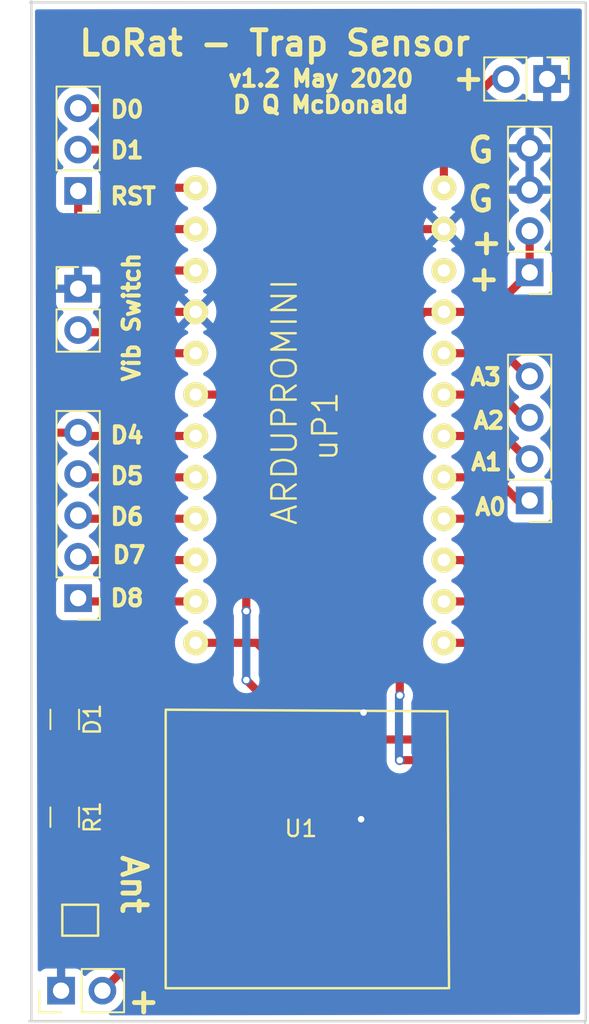
<source format=kicad_pcb>
(kicad_pcb (version 20221018) (generator pcbnew)
  (title_block (title "LoRat Rat Trap Sensor") (date "7 August 2018") (rev "1.0") (company "Quentin McDonald"))
  (layers (0 "F.Cu" signal) (31 "B.Cu" signal) (34 "B.Paste" user) (35 "F.Paste" user) (36 "B.SilkS" user "B.Silkscreen") (37 "F.SilkS" user "F.Silkscreen") (38 "B.Mask" user) (39 "F.Mask" user) (44 "Edge.Cuts" user))
  (net 0 "")
  (net 1 "D4")
  (net 2 "Net-(D1-Pad2)")
  (net 3 "RST")
  (net 4 "D1")
  (net 5 "D0")
  (net 6 "D8")
  (net 7 "D7")
  (net 8 "D6")
  (net 9 "D5")
  (net 10 "A0")
  (net 11 "A1")
  (net 12 "A2")
  (net 13 "A3")
  (net 14 "V3.3")
  (net 15 "GND")
  (net 16 "ANT")
  (net 17 "Vin")
  (net 18 "D2")
  (net 19 "D9")
  (net 20 "D3")
  (net 21 "Net-(U1-Pad9)")
  (net 22 "Net-(U1-Pad8)")
  (net 23 "NSS")
  (net 24 "MOSI")
  (net 25 "MISO")
  (net 26 "SCK")
  (net 27 "Net-(U1-Pad3)")
  (net 28 "Net-(U1-Pad2)")
  (net 29 "Net-(uP1-Pad21)")
  (footprint "Resistors_SMD:R_0805_HandSoldering" (layer "F.Cu") (at 143 144 -90)
    (fp_text reference "D1" (at 0 -1.7 270) (layer "F.SilkS"))
    (fp_text value "LED")
    (fp_line (start -0.6 -0.88) (end 0.6 -0.88) (stroke (width 0.12)) (layer "F.SilkS"))
    (fp_line (start 0.6 0.88) (end -0.6 0.88) (stroke (width 0.12)) (layer "F.SilkS"))
    (pad "1" smd rect (at -1.35 0 270) (size 1.5 1.3) (layers "F.Cu" "F.Paste" "F.Mask") (net 1 "D4"))
    (pad "2" smd rect (at 1.35 0 270) (size 1.5 1.3) (layers "F.Cu" "F.Paste" "F.Mask") (net 2 "Net-(D1-Pad2)"))
  )
  (footprint "Pin_Headers:Pin_Header_Straight_1x03_Pitch2.54mm" (layer "F.Cu") (at 143.825 111.55 180)
    (fp_text reference "" (at 0 -2.33 180) (layer "F.SilkS"))
    (fp_text value "")
    (fp_line (start -1.33 -1.33) (end 0 -1.33) (stroke (width 0.12)) (layer "F.SilkS"))
    (fp_line (start -1.33 0) (end -1.33 -1.33) (stroke (width 0.12)) (layer "F.SilkS"))
    (fp_line (start -1.33 1.27) (end -1.33 6.41) (stroke (width 0.12)) (layer "F.SilkS"))
    (fp_line (start -1.33 1.27) (end 1.33 1.27) (stroke (width 0.12)) (layer "F.SilkS"))
    (fp_line (start -1.33 6.41) (end 1.33 6.41) (stroke (width 0.12)) (layer "F.SilkS"))
    (fp_line (start 1.33 1.27) (end 1.33 6.41) (stroke (width 0.12)) (layer "F.SilkS"))
    (pad "1" thru_hole rect (at 0 0 180) (size 1.7 1.7) (drill 1) (layers "*.Cu" "*.Mask") (net 3 "RST"))
    (pad "2" thru_hole oval (at 0 2.54 180) (size 1.7 1.7) (drill 1) (layers "*.Cu" "*.Mask") (net 4 "D1"))
    (pad "3" thru_hole oval (at 0 5.08 180) (size 1.7 1.7) (drill 1) (layers "*.Cu" "*.Mask") (net 5 "D0"))
  )
  (footprint "Pin_Headers:Pin_Header_Straight_1x05_Pitch2.54mm" (layer "F.Cu") (at 143.825 136.55 180)
    (fp_text reference "" (at 0 -2.33 180) (layer "F.SilkS"))
    (fp_text value "")
    (fp_line (start -1.33 -1.33) (end 0 -1.33) (stroke (width 0.12)) (layer "F.SilkS"))
    (fp_line (start -1.33 0) (end -1.33 -1.33) (stroke (width 0.12)) (layer "F.SilkS"))
    (fp_line (start -1.33 1.27) (end -1.33 11.49) (stroke (width 0.12)) (layer "F.SilkS"))
    (fp_line (start -1.33 1.27) (end 1.33 1.27) (stroke (width 0.12)) (layer "F.SilkS"))
    (fp_line (start -1.33 11.49) (end 1.33 11.49) (stroke (width 0.12)) (layer "F.SilkS"))
    (fp_line (start 1.33 1.27) (end 1.33 11.49) (stroke (width 0.12)) (layer "F.SilkS"))
    (pad "1" thru_hole rect (at 0 0 180) (size 1.7 1.7) (drill 1) (layers "*.Cu" "*.Mask") (net 6 "D8"))
    (pad "2" thru_hole oval (at 0 2.54 180) (size 1.7 1.7) (drill 1) (layers "*.Cu" "*.Mask") (net 7 "D7"))
    (pad "3" thru_hole oval (at 0 5.08 180) (size 1.7 1.7) (drill 1) (layers "*.Cu" "*.Mask") (net 8 "D6"))
    (pad "4" thru_hole oval (at 0 7.62 180) (size 1.7 1.7) (drill 1) (layers "*.Cu" "*.Mask") (net 9 "D5"))
    (pad "5" thru_hole oval (at 0 10.16 180) (size 1.7 1.7) (drill 1) (layers "*.Cu" "*.Mask") (net 1 "D4"))
  )
  (footprint "Pin_Headers:Pin_Header_Straight_1x04_Pitch2.54mm" (layer "F.Cu") (at 171.55 130.55 180)
    (fp_text reference "" (at 0 -2.33 180) (layer "F.SilkS"))
    (fp_text value "")
    (fp_line (start -1.33 -1.33) (end 0 -1.33) (stroke (width 0.12)) (layer "F.SilkS"))
    (fp_line (start -1.33 0) (end -1.33 -1.33) (stroke (width 0.12)) (layer "F.SilkS"))
    (fp_line (start -1.33 1.27) (end -1.33 8.95) (stroke (width 0.12)) (layer "F.SilkS"))
    (fp_line (start -1.33 1.27) (end 1.33 1.27) (stroke (width 0.12)) (layer "F.SilkS"))
    (fp_line (start -1.33 8.95) (end 1.33 8.95) (stroke (width 0.12)) (layer "F.SilkS"))
    (fp_line (start 1.33 1.27) (end 1.33 8.95) (stroke (width 0.12)) (layer "F.SilkS"))
    (pad "1" thru_hole rect (at 0 0 180) (size 1.7 1.7) (drill 1) (layers "*.Cu" "*.Mask") (net 10 "A0"))
    (pad "2" thru_hole oval (at 0 2.54 180) (size 1.7 1.7) (drill 1) (layers "*.Cu" "*.Mask") (net 11 "A1"))
    (pad "3" thru_hole oval (at 0 5.08 180) (size 1.7 1.7) (drill 1) (layers "*.Cu" "*.Mask") (net 12 "A2"))
    (pad "4" thru_hole oval (at 0 7.62 180) (size 1.7 1.7) (drill 1) (layers "*.Cu" "*.Mask") (net 13 "A3"))
  )
  (footprint "Pin_Headers:Pin_Header_Straight_1x04_Pitch2.54mm" (layer "F.Cu") (at 171.55 116.55 180)
    (fp_text reference "" (at 0 -2.33 180) (layer "F.SilkS"))
    (fp_text value "")
    (fp_line (start -1.33 -1.33) (end 0 -1.33) (stroke (width 0.12)) (layer "F.SilkS"))
    (fp_line (start -1.33 0) (end -1.33 -1.33) (stroke (width 0.12)) (layer "F.SilkS"))
    (fp_line (start -1.33 1.27) (end -1.33 8.95) (stroke (width 0.12)) (layer "F.SilkS"))
    (fp_line (start -1.33 1.27) (end 1.33 1.27) (stroke (width 0.12)) (layer "F.SilkS"))
    (fp_line (start -1.33 8.95) (end 1.33 8.95) (stroke (width 0.12)) (layer "F.SilkS"))
    (fp_line (start 1.33 1.27) (end 1.33 8.95) (stroke (width 0.12)) (layer "F.SilkS"))
    (pad "1" thru_hole rect (at 0 0 180) (size 1.7 1.7) (drill 1) (layers "*.Cu" "*.Mask") (net 14 "V3.3"))
    (pad "2" thru_hole oval (at 0 2.54 180) (size 1.7 1.7) (drill 1) (layers "*.Cu" "*.Mask") (net 14 "V3.3"))
    (pad "3" thru_hole oval (at 0 5.08 180) (size 1.7 1.7) (drill 1) (layers "*.Cu" "*.Mask") (net 15 "GND"))
    (pad "4" thru_hole oval (at 0 7.62 180) (size 1.7 1.7) (drill 1) (layers "*.Cu" "*.Mask") (net 15 "GND"))
  )
  (footprint "Pin_Headers:Pin_Header_Straight_1x02_Pitch2.54mm" (layer "F.Cu") (at 172.625 104.675 -90)
    (fp_text reference "" (at 0 -2.33 270) (layer "F.SilkS"))
    (fp_text value "")
    (fp_line (start -1.33 -1.33) (end 0 -1.33) (stroke (width 0.12)) (layer "F.SilkS"))
    (fp_line (start -1.33 0) (end -1.33 -1.33) (stroke (width 0.12)) (layer "F.SilkS"))
    (fp_line (start -1.33 1.27) (end -1.33 3.87) (stroke (width 0.12)) (layer "F.SilkS"))
    (fp_line (start -1.33 1.27) (end 1.33 1.27) (stroke (width 0.12)) (layer "F.SilkS"))
    (fp_line (start -1.33 3.87) (end 1.33 3.87) (stroke (width 0.12)) (layer "F.SilkS"))
    (fp_line (start 1.33 1.27) (end 1.33 3.87) (stroke (width 0.12)) (layer "F.SilkS"))
    (pad "1" thru_hole rect (at 0 0 270) (size 1.7 1.7) (drill 1) (layers "*.Cu" "*.Mask") (net 15 "GND"))
    (pad "2" thru_hole oval (at 0 2.54 270) (size 1.7 1.7) (drill 1) (layers "*.Cu" "*.Mask") (net 17 "Vin"))
  )
  (footprint "Resistors_SMD:R_0805_HandSoldering" (layer "F.Cu") (at 143 150 -90)
    (fp_text reference "R1" (at 0 -1.7 270) (layer "F.SilkS"))
    (fp_text value "220")
    (fp_line (start -0.6 -0.88) (end 0.6 -0.88) (stroke (width 0.12)) (layer "F.SilkS"))
    (fp_line (start 0.6 0.88) (end -0.6 0.88) (stroke (width 0.12)) (layer "F.SilkS"))
    (pad "1" smd rect (at -1.35 0 270) (size 1.5 1.3) (layers "F.Cu" "F.Paste" "F.Mask") (net 2 "Net-(D1-Pad2)"))
    (pad "2" smd rect (at 1.35 0 270) (size 1.5 1.3) (layers "F.Cu" "F.Paste" "F.Mask") (net 15 "GND"))
  )
  (footprint "Pin_Headers:Pin_Header_Straight_1x02_Pitch2.54mm" (layer "F.Cu") (at 143.825 117.55)
    (fp_text reference "" (at 0 -2.33) (layer "F.SilkS"))
    (fp_text value "")
    (fp_line (start -1.33 -1.33) (end 0 -1.33) (stroke (width 0.12)) (layer "F.SilkS"))
    (fp_line (start -1.33 0) (end -1.33 -1.33) (stroke (width 0.12)) (layer "F.SilkS"))
    (fp_line (start -1.33 1.27) (end -1.33 3.87) (stroke (width 0.12)) (layer "F.SilkS"))
    (fp_line (start -1.33 1.27) (end 1.33 1.27) (stroke (width 0.12)) (layer "F.SilkS"))
    (fp_line (start -1.33 3.87) (end 1.33 3.87) (stroke (width 0.12)) (layer "F.SilkS"))
    (fp_line (start 1.33 1.27) (end 1.33 3.87) (stroke (width 0.12)) (layer "F.SilkS"))
    (pad "1" thru_hole rect (at 0 0) (size 1.7 1.7) (drill 1) (layers "*.Cu" "*.Mask") (net 15 "GND"))
    (pad "2" thru_hole oval (at 0 2.54) (size 1.7 1.7) (drill 1) (layers "*.Cu" "*.Mask") (net 18 "D2"))
  )
  (footprint "DQM_kicad_new:LoRaSx1276" (layer "F.Cu") (at 166.5 143.5 180)
    (fp_text reference "U1" (at 9 -7.2 180) (layer "F.SilkS"))
    (fp_text value "LoRaSx1276")
    (fp_line (start 0 -17) (end 17.3 -17) (stroke (width 0.15)) (layer "F.SilkS"))
    (fp_line (start 0 0) (end -0.1 -17) (stroke (width 0.15)) (layer "F.SilkS"))
    (fp_line (start 0 0) (end 17.3 0.1) (stroke (width 0.15)) (layer "F.SilkS"))
    (fp_line (start 17.3 -17) (end 17.3 0) (stroke (width 0.15)) (layer "F.SilkS"))
    (pad "1" smd rect (at -0.5 -15.7 180) (size 1.524 0.8) (layers "F.Cu" "F.Paste" "F.Mask") (net 15 "GND"))
    (pad "2" smd rect (at -0.5 -14.43 180) (size 1.524 0.8) (layers "F.Cu" "F.Paste" "F.Mask") (net 28 "Net-(U1-Pad2)"))
    (pad "3" smd rect (at -0.5 -13.16 180) (size 1.524 0.8) (layers "F.Cu" "F.Paste" "F.Mask") (net 27 "Net-(U1-Pad3)"))
    (pad "4" smd rect (at -0.5 -11.89 180) (size 1.524 0.8) (layers "F.Cu" "F.Paste" "F.Mask") (net 26 "SCK"))
    (pad "5" smd rect (at -0.5 -10.62 180) (size 1.524 0.8) (layers "F.Cu" "F.Paste" "F.Mask") (net 25 "MISO"))
    (pad "6" smd rect (at -0.5 -9.35 180) (size 1.524 0.8) (layers "F.Cu" "F.Paste" "F.Mask") (net 24 "MOSI"))
    (pad "7" smd rect (at -0.5 -8.08 180) (size 1.524 0.8) (layers "F.Cu" "F.Paste" "F.Mask") (net 23 "NSS"))
    (pad "8" smd rect (at -0.5 -6.81 180) (size 1.524 0.8) (layers "F.Cu" "F.Paste" "F.Mask") (net 22 "Net-(U1-Pad8)"))
    (pad "9" smd rect (at -0.5 -5.54 180) (size 1.524 0.8) (layers "F.Cu" "F.Paste" "F.Mask") (net 21 "Net-(U1-Pad9)"))
    (pad "10" smd rect (at -0.5 -4.27 180) (size 1.524 0.8) (layers "F.Cu" "F.Paste" "F.Mask") (net 20 "D3"))
    (pad "11" smd rect (at -0.5 -3 180) (size 1.524 0.8) (layers "F.Cu" "F.Paste" "F.Mask") (net 14 "V3.3"))
    (pad "12" smd rect (at -0.5 -1.73 180) (size 1.524 0.8) (layers "F.Cu" "F.Paste" "F.Mask") (net 19 "D9"))
    (pad "13" smd rect (at 17.7 -16.1 180) (size 1.524 1) (layers "F.Cu" "F.Paste" "F.Mask") (net 16 "ANT"))
    (pad "14" smd rect (at 17.7 -14.6 180) (size 1.524 1) (layers "F.Cu" "F.Paste" "F.Mask") (net 15 "GND"))
  )
  (footprint "DQM_kicad_new:ArduProMini" (layer "F.Cu") (at 148.5011 105.0036)
    (fp_text reference "uP1" (at 10.4989 20.9964 90) (layer "F.SilkS") (effects (font (size 1.5 1.5))))
    (fp_text value "ARDUPROMINI" (at 7.9989 19.4964 90) (layer "F.SilkS") (effects (font (size 1.5 1.5))))
    (pad "7" thru_hole circle (at 2.54 6.35) (size 1.524 1.524) (drill 0.762) (layers "*.Cu" "*.Mask" "F.SilkS") (net 5 "D0"))
    (pad "8" thru_hole circle (at 2.54 8.89) (size 1.524 1.524) (drill 0.762) (layers "*.Cu" "*.Mask" "F.SilkS") (net 4 "D1"))
    (pad "9" thru_hole circle (at 2.54 11.43) (size 1.524 1.524) (drill 0.762) (layers "*.Cu" "*.Mask" "F.SilkS") (net 3 "RST"))
    (pad "10" thru_hole circle (at 2.54 13.97) (size 1.524 1.524) (drill 0.762) (layers "*.Cu" "*.Mask" "F.SilkS") (net 15 "GND"))
    (pad "11" thru_hole circle (at 2.54 16.51) (size 1.524 1.524) (drill 0.762) (layers "*.Cu" "*.Mask" "F.SilkS") (net 18 "D2"))
    (pad "12" thru_hole circle (at 2.54 19.05) (size 1.524 1.524) (drill 0.762) (layers "*.Cu" "*.Mask" "F.SilkS") (net 20 "D3"))
    (pad "13" thru_hole circle (at 2.54 21.59) (size 1.524 1.524) (drill 0.762) (layers "*.Cu" "*.Mask" "F.SilkS") (net 1 "D4"))
    (pad "14" thru_hole circle (at 2.54 24.13) (size 1.524 1.524) (drill 0.762) (layers "*.Cu" "*.Mask" "F.SilkS") (net 9 "D5"))
    (pad "15" thru_hole circle (at 2.54 26.67) (size 1.524 1.524) (drill 0.762) (layers "*.Cu" "*.Mask" "F.SilkS") (net 8 "D6"))
    (pad "16" thru_hole circle (at 2.54 29.21) (size 1.524 1.524) (drill 0.762) (layers "*.Cu" "*.Mask" "F.SilkS") (net 7 "D7"))
    (pad "17" thru_hole circle (at 2.54 31.75) (size 1.524 1.524) (drill 0.762) (layers "*.Cu" "*.Mask" "F.SilkS") (net 6 "D8"))
    (pad "18" thru_hole circle (at 2.54 34.29) (size 1.524 1.524) (drill 0.762) (layers "*.Cu" "*.Mask" "F.SilkS") (net 19 "D9"))
    (pad "19" thru_hole circle (at 17.78 6.35) (size 1.524 1.524) (drill 0.762) (layers "*.Cu" "*.Mask" "F.SilkS") (net 17 "Vin"))
    (pad "20" thru_hole circle (at 17.78 8.89) (size 1.524 1.524) (drill 0.762) (layers "*.Cu" "*.Mask" "F.SilkS") (net 15 "GND"))
    (pad "21" thru_hole circle (at 17.78 11.43) (size 1.524 1.524) (drill 0.762) (layers "*.Cu" "*.Mask" "F.SilkS") (net 29 "Net-(uP1-Pad21)"))
    (pad "22" thru_hole circle (at 17.78 13.97) (size 1.524 1.524) (drill 0.762) (layers "*.Cu" "*.Mask" "F.SilkS") (net 14 "V3.3"))
    (pad "23" thru_hole circle (at 17.78 16.51) (size 1.524 1.524) (drill 0.762) (layers "*.Cu" "*.Mask" "F.SilkS") (net 13 "A3"))
    (pad "24" thru_hole circle (at 17.78 19.05) (size 1.524 1.524) (drill 0.762) (layers "*.Cu" "*.Mask" "F.SilkS") (net 12 "A2"))
    (pad "25" thru_hole circle (at 17.78 21.59) (size 1.524 1.524) (drill 0.762) (layers "*.Cu" "*.Mask" "F.SilkS") (net 11 "A1"))
    (pad "26" thru_hole circle (at 17.78 24.13) (size 1.524 1.524) (drill 0.762) (layers "*.Cu" "*.Mask" "F.SilkS") (net 10 "A0"))
    (pad "27" thru_hole circle (at 17.78 26.67) (size 1.524 1.524) (drill 0.762) (layers "*.Cu" "*.Mask" "F.SilkS") (net 26 "SCK"))
    (pad "28" thru_hole circle (at 17.78 29.21) (size 1.524 1.524) (drill 0.762) (layers "*.Cu" "*.Mask" "F.SilkS") (net 25 "MISO"))
    (pad "29" thru_hole circle (at 17.78 31.75) (size 1.524 1.524) (drill 0.762) (layers "*.Cu" "*.Mask" "F.SilkS") (net 24 "MOSI"))
    (pad "30" thru_hole circle (at 17.78 34.29) (size 1.524 1.524) (drill 0.762) (layers "*.Cu" "*.Mask" "F.SilkS") (net 23 "NSS"))
  )
  (footprint "DQM_kicad_new:U.Fl_SMD" (layer "F.Cu") (at 142.85 157.275)
    (fp_text reference "" (at -2.3 -0.7) (layer "F.SilkS"))
    (fp_text value "")
    (fp_line (start 0 -1.9) (end 0 0) (stroke (width 0.15)) (layer "F.SilkS"))
    (fp_line (start 0 0) (end 2.2 0) (stroke (width 0.15)) (layer "F.SilkS"))
    (fp_line (start 2.2 -1.9) (end 0 -1.9) (stroke (width 0.15)) (layer "F.SilkS"))
    (fp_line (start 2.2 0) (end 2.2 -1.9) (stroke (width 0.15)) (layer "F.SilkS"))
    (pad "1" smd rect (at 1.1 -2.5) (size 2.2 1) (layers "F.Cu" "F.Paste" "F.Mask") (net 15 "GND"))
    (pad "1" smd rect (at 1.1 0.6) (size 2.2 1) (layers "F.Cu" "F.Paste" "F.Mask") (net 15 "GND"))
    (pad "2" smd rect (at 2.7 -1) (size 1.05 1) (layers "F.Cu" "F.Paste" "F.Mask") (net 16 "ANT"))
  )
  (footprint "Pin_Headers:Pin_Header_Straight_1x02_Pitch2.54mm" (layer "F.Cu") (at 142.775 160.65 90)
    (fp_text reference "" (at 0 -2.33 90) (layer "F.SilkS"))
    (fp_text value "")
    (fp_line (start -1.33 -1.33) (end 0 -1.33) (stroke (width 0.12)) (layer "F.SilkS"))
    (fp_line (start -1.33 0) (end -1.33 -1.33) (stroke (width 0.12)) (layer "F.SilkS"))
    (fp_line (start -1.33 1.27) (end -1.33 3.87) (stroke (width 0.12)) (layer "F.SilkS"))
    (fp_line (start -1.33 1.27) (end 1.33 1.27) (stroke (width 0.12)) (layer "F.SilkS"))
    (fp_line (start -1.33 3.87) (end 1.33 3.87) (stroke (width 0.12)) (layer "F.SilkS"))
    (fp_line (start 1.33 1.27) (end 1.33 3.87) (stroke (width 0.12)) (layer "F.SilkS"))
    (pad "1" thru_hole rect (at 0 0 90) (size 1.7 1.7) (drill 1) (layers "*.Cu" "*.Mask") (net 15 "GND"))
    (pad "2" thru_hole oval (at 0 2.54 90) (size 1.7 1.7) (drill 1) (layers "*.Cu" "*.Mask") (net 16 "ANT"))
  )
  (gr_line (start 140.875 99.975) (end 174.95 99.975) (stroke (width 0.15)) (layer "Edge.Cuts"))
  (gr_line (start 140.95 162.4) (end 140.95 99.9) (stroke (width 0.15)) (layer "Edge.Cuts"))
  (gr_line (start 140.825 162.525) (end 174.95 162.525) (stroke (width 0.15)) (layer "Edge.Cuts"))
  (gr_line (start 175 100) (end 175 162.5) (stroke (width 0.15)) (layer "Edge.Cuts"))
  (gr_line (start 174.95 162.525) (end 174.95 162.625) (stroke (width 0.15)) (layer "Edge.Cuts"))
  (gr_text "D8" (at 146.825 136.55) (layer "F.SilkS") (effects (font (size 1 1) (thickness 0.25))))
  (gr_text "+" (at 168.75 116.9) (layer "F.SilkS") (effects (font (size 1.5 1.5) (thickness 0.3))))
  (gr_text "D6" (at 146.825 131.55) (layer "F.SilkS") (effects (font (size 1 1) (thickness 0.25))))
  (gr_text "D1" (at 146.825 109.05) (layer "F.SilkS") (effects (font (size 1 1) (thickness 0.25))))
  (gr_text "v1.2 May 2020\nD Q McDonald" (at 158.725 105.45) (layer "F.SilkS") (effects (font (size 1 1) (thickness 0.25))))
  (gr_text "RST" (at 147.2 111.875) (layer "F.SilkS") (effects (font (size 1 1) (thickness 0.25))))
  (gr_text "G" (at 168.55 112.05) (layer "F.SilkS") (effects (font (size 1.5 1.5) (thickness 0.3))))
  (gr_text "+" (at 167.8 104.6) (layer "F.SilkS") (effects (font (size 1.5 1.5) (thickness 0.3))))
  (gr_text "+" (at 147.85 161.275) (layer "F.SilkS") (effects (font (size 1.5 1.5) (thickness 0.3))))
  (gr_text "D5" (at 146.825 129.05) (layer "F.SilkS") (effects (font (size 1 1) (thickness 0.25))))
  (gr_text "A2" (at 169.05 125.65) (layer "F.SilkS") (effects (font (size 1 1) (thickness 0.25))))
  (gr_text "A3" (at 168.85 122.975) (layer "F.SilkS") (effects (font (size 1 1) (thickness 0.25))))
  (gr_text "D7" (at 146.95 133.9) (layer "F.SilkS") (effects (font (size 1 1) (thickness 0.25))))
  (gr_text "Ant" (at 147.25 154.125 270) (layer "F.SilkS") (effects (font (size 1.5 1.5) (thickness 0.3))))
  (gr_text "D4" (at 146.825 126.55) (layer "F.SilkS") (effects (font (size 1 1) (thickness 0.25))))
  (gr_text "Vib Switch" (at 147.1 119.3 90) (layer "F.SilkS") (effects (font (size 1 1) (thickness 0.25))))
  (gr_text "A1" (at 168.9 128.2) (layer "F.SilkS") (effects (font (size 1 1) (thickness 0.25))))
  (gr_text "LoRat - Trap Sensor" (at 155.9 102.475) (layer "F.SilkS") (effects (font (size 1.5 1.5) (thickness 0.3))))
  (gr_text "D0" (at 146.825 106.55) (layer "F.SilkS") (effects (font (size 1 1) (thickness 0.25))))
  (gr_text "+" (at 168.9 114.675) (layer "F.SilkS") (effects (font (size 1.5 1.5) (thickness 0.3))))
  (gr_text "G" (at 168.55 109.05) (layer "F.SilkS") (effects (font (size 1.5 1.5) (thickness 0.3))))
  (gr_text "A0" (at 169.15 130.95) (layer "F.SilkS") (effects (font (size 1 1) (thickness 0.25))))
  (segment (start 144.0786 126.6436) (end 143.825 126.39) (width 0.5) (layer "F.Cu") (net 1))
  (segment (start 144.0286 126.5936) (end 143.825 126.39) (width 0.5) (layer "F.Cu") (net 1))
  (segment (start 142.335 126.39) (end 141.7 127.025) (width 0.5) (layer "F.Cu") (net 1))
  (segment (start 141.7 127.025) (end 141.7 141.35) (width 0.5) (layer "F.Cu") (net 1))
  (segment (start 141.7 141.35) (end 143 142.65) (width 0.5) (layer "F.Cu") (net 1))
  (segment (start 143.825 126.39) (end 142.335 126.39) (width 0.5) (layer "F.Cu") (net 1))
  (segment (start 151.0411 126.5936) (end 144.0286 126.5936) (width 0.5) (layer "F.Cu") (net 1))
  (segment (start 143 145.35) (end 143 148.65) (width 0.5) (layer "F.Cu") (net 2))
  (segment (start 148.3086 116.4336) (end 146.525 114.65) (width 0.5) (layer "F.Cu") (net 3))
  (segment (start 146.525 114.65) (end 144.775 114.65) (width 0.5) (layer "F.Cu") (net 3))
  (segment (start 144.775 114.65) (end 143.825 113.7) (width 0.5) (layer "F.Cu") (net 3))
  (segment (start 143.825 113.7) (end 143.825 111.55) (width 0.5) (layer "F.Cu") (net 3))
  (segment (start 151.0411 116.4336) (end 148.3086 116.4336) (width 0.5) (layer "F.Cu") (net 3))
  (segment (start 148.8686 113.8936) (end 146.5 111.525) (width 0.5) (layer "F.Cu") (net 4))
  (segment (start 146.5 111.525) (end 146.5 109.375) (width 0.5) (layer "F.Cu") (net 4))
  (segment (start 146.5 109.375) (end 146.135 109.01) (width 0.5) (layer "F.Cu") (net 4))
  (segment (start 146.135 109.01) (end 143.825 109.01) (width 0.5) (layer "F.Cu") (net 4))
  (segment (start 151.0411 113.8936) (end 148.8686 113.8936) (width 0.5) (layer "F.Cu") (net 4))
  (segment (start 149.0286 111.3536) (end 147.675 110) (width 0.5) (layer "F.Cu") (net 5))
  (segment (start 147.675 110) (end 147.675 107.75) (width 0.5) (layer "F.Cu") (net 5))
  (segment (start 147.675 107.75) (end 146.395 106.47) (width 0.5) (layer "F.Cu") (net 5))
  (segment (start 146.395 106.47) (end 143.825 106.47) (width 0.5) (layer "F.Cu") (net 5))
  (segment (start 151.0411 111.3536) (end 149.0286 111.3536) (width 0.5) (layer "F.Cu") (net 5))
  (segment (start 151.0411 111.3536) (end 150.8536 111.3536) (width 0.5) (layer "F.Cu") (net 5))
  (segment (start 144.0786 136.8036) (end 143.825 136.55) (width 0.5) (layer "F.Cu") (net 6))
  (segment (start 144.0286 136.7536) (end 143.825 136.55) (width 0.5) (layer "F.Cu") (net 6))
  (segment (start 151.0411 136.7536) (end 144.0286 136.7536) (width 0.5) (layer "F.Cu") (net 6))
  (segment (start 144.0786 134.2636) (end 143.825 134.01) (width 0.5) (layer "F.Cu") (net 7))
  (segment (start 144.0286 134.2136) (end 143.825 134.01) (width 0.5) (layer "F.Cu") (net 7))
  (segment (start 151.0411 134.2136) (end 144.0286 134.2136) (width 0.5) (layer "F.Cu") (net 7))
  (segment (start 144.0786 131.7236) (end 143.825 131.47) (width 0.5) (layer "F.Cu") (net 8))
  (segment (start 144.0286 131.6736) (end 143.825 131.47) (width 0.5) (layer "F.Cu") (net 8))
  (segment (start 151.0411 131.6736) (end 144.0286 131.6736) (width 0.5) (layer "F.Cu") (net 8))
  (segment (start 144.0786 129.1836) (end 143.825 128.93) (width 0.5) (layer "F.Cu") (net 9))
  (segment (start 144.0286 129.1336) (end 143.825 128.93) (width 0.5) (layer "F.Cu") (net 9))
  (segment (start 151.0411 129.1336) (end 144.0286 129.1336) (width 0.5) (layer "F.Cu") (net 9))
  (segment (start 169.4086 129.1336) (end 170.825 130.55) (width 0.5) (layer "F.Cu") (net 10))
  (segment (start 170.825 130.55) (end 171.55 130.55) (width 0.5) (layer "F.Cu") (net 10))
  (segment (start 166.2811 129.1336) (end 169.4086 129.1336) (width 0.5) (layer "F.Cu") (net 10))
  (segment (start 171.09 127.55) (end 171.55 128.01) (width 0.5) (layer "F.Cu") (net 11))
  (segment (start 169.9814 126.5936) (end 171.3978 128.01) (width 0.5) (layer "F.Cu") (net 11))
  (segment (start 171.3978 128.01) (end 171.55 128.01) (width 0.5) (layer "F.Cu") (net 11))
  (segment (start 166.2811 126.5936) (end 169.9814 126.5936) (width 0.5) (layer "F.Cu") (net 11))
  (segment (start 171.13 125.05) (end 171.55 125.47) (width 0.5) (layer "F.Cu") (net 12))
  (segment (start 169.7714 124.0536) (end 171.1878 125.47) (width 0.5) (layer "F.Cu") (net 12))
  (segment (start 171.1878 125.47) (end 171.55 125.47) (width 0.5) (layer "F.Cu") (net 12))
  (segment (start 166.2811 124.0536) (end 169.7714 124.0536) (width 0.5) (layer "F.Cu") (net 12))
  (segment (start 171.17 122.55) (end 171.55 122.93) (width 0.5) (layer "F.Cu") (net 13))
  (segment (start 169.9886 121.5136) (end 171.405 122.93) (width 0.5) (layer "F.Cu") (net 13))
  (segment (start 171.405 122.93) (end 171.55 122.93) (width 0.5) (layer "F.Cu") (net 13))
  (segment (start 166.2811 121.5136) (end 169.9886 121.5136) (width 0.5) (layer "F.Cu") (net 13))
  (segment (start 171.4972 116.55) (end 171.55 116.55) (width 0.5) (layer "F.Cu") (net 14))
  (segment (start 169.1264 118.9736) (end 171.55 116.55) (width 0.5) (layer "F.Cu") (net 14))
  (segment (start 165.0764 118.9736) (end 163.575 120.475) (width 0.5) (layer "F.Cu") (net 14))
  (segment (start 163.575 120.475) (end 163.575 142.525) (width 0.5) (layer "F.Cu") (net 14))
  (segment (start 163.575 146.5) (end 167 146.5) (width 0.5) (layer "F.Cu") (net 14))
  (segment (start 166.2811 118.9736) (end 169.1264 118.9736) (width 0.5) (layer "F.Cu") (net 14))
  (segment (start 171.55 116.55) (end 171.55 114.01) (width 0.5) (layer "F.Cu") (net 14))
  (segment (start 166.2811 118.9736) (end 165.0764 118.9736) (width 0.5) (layer "F.Cu") (net 14))
  (via (at 163.575 142.525) (size 0.6) (drill 0.4) (layers "F.Cu" "B.Cu") (net 14))
  (via (at 163.575 146.5) (size 0.6) (drill 0.4) (layers "F.Cu" "B.Cu") (net 14))
  (segment (start 163.575 142.525) (end 163.525 142.575) (width 0.5) (layer "B.Cu") (net 14))
  (segment (start 163.525 142.575) (end 163.525 146.45) (width 0.5) (layer "B.Cu") (net 14))
  (segment (start 163.525 146.45) (end 163.575 146.5) (width 0.5) (layer "B.Cu") (net 14))
  (segment (start 143.55 155.175) (end 143.95 154.775) (width 0.5) (layer "F.Cu") (net 15))
  (segment (start 148.3236 118.9736) (end 146.9 117.55) (width 0.5) (layer "F.Cu") (net 15))
  (segment (start 146.9 117.55) (end 143.825 117.55) (width 0.5) (layer "F.Cu") (net 15))
  (segment (start 162.7564 113.8936) (end 161.4 115.25) (width 0.5) (layer "F.Cu") (net 15))
  (segment (start 161.4 115.25) (end 161.4 143.525) (width 0.5) (layer "F.Cu") (net 15))
  (segment (start 161.4 143.525) (end 161.35 143.575) (width 0.5) (layer "F.Cu") (net 15))
  (segment (start 161.2 150.125) (end 161.075 150.25) (width 0.5) (layer "F.Cu") (net 15))
  (segment (start 161.075 150.25) (end 161.075 156.925) (width 0.5) (layer "F.Cu") (net 15))
  (segment (start 161.075 156.925) (end 163.35 159.2) (width 0.5) (layer "F.Cu") (net 15))
  (segment (start 163.35 159.2) (end 167 159.2) (width 0.5) (layer "F.Cu") (net 15))
  (segment (start 152.925 159.2) (end 151.825 158.1) (width 0.5) (layer "F.Cu") (net 15))
  (segment (start 151.825 158.1) (end 148.8 158.1) (width 0.5) (layer "F.Cu") (net 15))
  (segment (start 148.8 155.55) (end 144.6 151.35) (width 0.5) (layer "F.Cu") (net 15))
  (segment (start 144.6 151.35) (end 143 151.35) (width 0.5) (layer "F.Cu") (net 15))
  (segment (start 148.65 157.95) (end 148.8 158.1) (width 0.5) (layer "F.Cu") (net 15))
  (segment (start 143.95 154.175) (end 143 153.225) (width 0.5) (layer "F.Cu") (net 15))
  (segment (start 143 153.225) (end 143 151.35) (width 0.5) (layer "F.Cu") (net 15))
  (segment (start 142.775 159.05) (end 143.95 157.875) (width 0.5) (layer "F.Cu") (net 15))
  (segment (start 142.775 160.65) (end 142.775 159.05) (width 0.5) (layer "F.Cu") (net 15))
  (segment (start 167 159.2) (end 152.925 159.2) (width 0.5) (layer "F.Cu") (net 15))
  (segment (start 143.95 154.775) (end 143.95 154.175) (width 0.5) (layer "F.Cu") (net 15))
  (segment (start 166.2811 113.8936) (end 162.7564 113.8936) (width 0.5) (layer "F.Cu") (net 15))
  (segment (start 148.8 158.1) (end 148.8 155.55) (width 0.5) (layer "F.Cu") (net 15))
  (segment (start 151.0411 118.9736) (end 148.3236 118.9736) (width 0.5) (layer "F.Cu") (net 15))
  (via (at 161.2 150.125) (size 0.6) (drill 0.4) (layers "F.Cu" "B.Cu") (net 15))
  (via (at 161.35 143.575) (size 0.6) (drill 0.4) (layers "F.Cu" "B.Cu") (net 15))
  (segment (start 161.35 143.575) (end 161.2 143.725) (width 0.5) (layer "B.Cu") (net 15))
  (segment (start 161.2 143.725) (end 161.2 150.125) (width 0.5) (layer "B.Cu") (net 15))
  (segment (start 147.05 159.6) (end 145.55 156.275) (width 0.5) (layer "F.Cu") (net 16))
  (segment (start 146.365 159.6) (end 145.315 160.65) (width 0.5) (layer "F.Cu") (net 16))
  (segment (start 147.05 159.6) (end 146.365 159.6) (width 0.5) (layer "F.Cu") (net 16))
  (segment (start 148.8 159.6) (end 147.05 159.6) (width 0.5) (layer "F.Cu") (net 16))
  (segment (start 169.3 104.675) (end 166.2811 107.6939) (width 0.5) (layer "F.Cu") (net 17))
  (segment (start 166.2811 107.6939) (end 166.2811 111.3536) (width 0.5) (layer "F.Cu") (net 17))
  (segment (start 170.085 104.675) (end 169.3 104.675) (width 0.5) (layer "F.Cu") (net 17))
  (segment (start 147.8136 121.5136) (end 146.525 120.225) (width 0.5) (layer "F.Cu") (net 18))
  (segment (start 146.525 120.225) (end 143.96 120.225) (width 0.5) (layer "F.Cu") (net 18))
  (segment (start 143.96 120.225) (end 143.825 120.09) (width 0.5) (layer "F.Cu") (net 18))
  (segment (start 151.0411 121.5136) (end 147.8136 121.5136) (width 0.5) (layer "F.Cu") (net 18))
  (segment (start 154.7936 139.2936) (end 160.73 145.23) (width 0.5) (layer "F.Cu") (net 19))
  (segment (start 160.73 145.23) (end 167 145.23) (width 0.5) (layer "F.Cu") (net 19))
  (segment (start 151.0411 139.2936) (end 154.7936 139.2936) (width 0.5) (layer "F.Cu") (net 19))
  (segment (start 152.5286 124.0536) (end 154.15 125.675) (width 0.5) (layer "F.Cu") (net 20))
  (segment (start 154.15 125.675) (end 154.15 137.35) (width 0.5) (layer "F.Cu") (net 20))
  (segment (start 154.15 141.575) (end 160.325 147.75) (width 0.5) (layer "F.Cu") (net 20))
  (segment (start 160.325 147.75) (end 166.98 147.75) (width 0.5) (layer "F.Cu") (net 20))
  (segment (start 166.98 147.75) (end 167 147.77) (width 0.5) (layer "F.Cu") (net 20))
  (segment (start 151.0411 124.0536) (end 152.5286 124.0536) (width 0.5) (layer "F.Cu") (net 20))
  (via (at 154.15 141.575) (size 0.6) (drill 0.4) (layers "F.Cu" "B.Cu") (net 20))
  (via (at 154.15 137.35) (size 0.6) (drill 0.4) (layers "F.Cu" "B.Cu") (net 20))
  (segment (start 154.15 137.35) (end 154.15 141.575) (width 0.5) (layer "B.Cu") (net 20))
  (segment (start 168.7436 139.2936) (end 169.775 140.325) (width 0.5) (layer "F.Cu") (net 23))
  (segment (start 169.775 140.325) (end 169.775 151.125) (width 0.5) (layer "F.Cu") (net 23))
  (segment (start 169.775 151.125) (end 169.32 151.58) (width 0.5) (layer "F.Cu") (net 23))
  (segment (start 169.32 151.58) (end 167 151.58) (width 0.5) (layer "F.Cu") (net 23))
  (segment (start 166.2811 139.2936) (end 168.7436 139.2936) (width 0.5) (layer "F.Cu") (net 23))
  (segment (start 168.3286 136.7536) (end 169.325 137.75) (width 0.5) (layer "F.Cu") (net 24))
  (segment (start 169.325 137.75) (end 170.7 137.75) (width 0.5) (layer "F.Cu") (net 24))
  (segment (start 170.7 137.75) (end 171.375 138.425) (width 0.5) (layer "F.Cu") (net 24))
  (segment (start 171.375 138.425) (end 171.375 152.175) (width 0.5) (layer "F.Cu") (net 24))
  (segment (start 171.375 152.175) (end 170.7 152.85) (width 0.5) (layer "F.Cu") (net 24))
  (segment (start 170.7 152.85) (end 167 152.85) (width 0.5) (layer "F.Cu") (net 24))
  (segment (start 166.2811 136.7536) (end 168.3286 136.7536) (width 0.5) (layer "F.Cu") (net 24))
  (segment (start 167.5386 134.2136) (end 169.275 135.95) (width 0.5) (layer "F.Cu") (net 25))
  (segment (start 169.275 135.95) (end 171.55 135.95) (width 0.5) (layer "F.Cu") (net 25))
  (segment (start 171.55 135.95) (end 172.925 137.325) (width 0.5) (layer "F.Cu") (net 25))
  (segment (start 172.925 137.325) (end 172.925 153.339998) (width 0.5) (layer "F.Cu") (net 25))
  (segment (start 172.925 153.339998) (end 172.144998 154.12) (width 0.5) (layer "F.Cu") (net 25))
  (segment (start 172.144998 154.12) (end 167 154.12) (width 0.5) (layer "F.Cu") (net 25))
  (segment (start 166.2811 134.2136) (end 167.5386 134.2136) (width 0.5) (layer "F.Cu") (net 25))
  (segment (start 167.7986 131.6736) (end 170.425 134.3) (width 0.5) (layer "F.Cu") (net 26))
  (segment (start 170.425 134.3) (end 172.425 134.3) (width 0.5) (layer "F.Cu") (net 26))
  (segment (start 172.425 134.3) (end 174.2 136.075) (width 0.5) (layer "F.Cu") (net 26))
  (segment (start 174.2 136.075) (end 174.2 154.35) (width 0.5) (layer "F.Cu") (net 26))
  (segment (start 174.2 154.35) (end 173.16 155.39) (width 0.5) (layer "F.Cu") (net 26))
  (segment (start 173.16 155.39) (end 167 155.39) (width 0.5) (layer "F.Cu") (net 26))
  (segment (start 166.2811 131.6736) (end 167.7986 131.6736) (width 0.5) (layer "F.Cu") (net 26))
  (zone (net 15) (net_name "GND") (layer "B.Cu") (connect_pads (clearance 0.508)) (min_thickness 0.254) (fill yes (thermal_gap 0.508) (thermal_bridge_width 0.508))
    (polygon (pts (xy 141.125 100.4) (xy 174.75 100.35) (xy 174.65 162.125) (xy 141.35 162.175) (xy 141.175 100.5)))
  )
)
</source>
